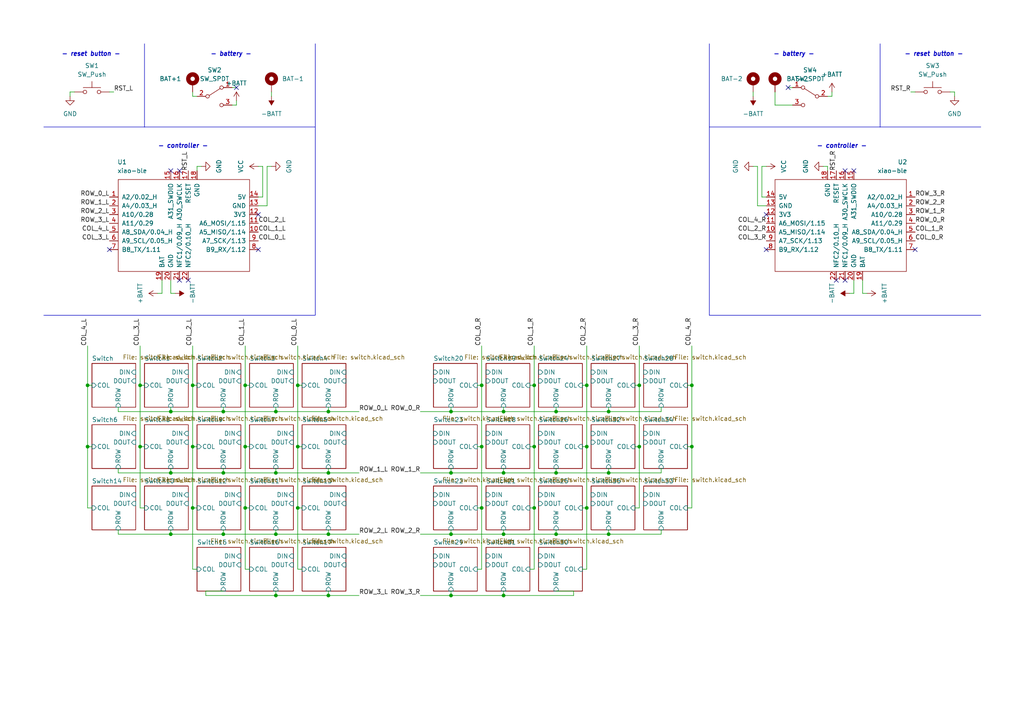
<source format=kicad_sch>
(kicad_sch (version 20231120) (generator "eeschema") (generator_version "8.0")
  (paper "A4")
  (lib_symbols
    (symbol "Mechanical:MountingHole_Pad" (pin_numbers hide) (pin_names (offset 1.016) hide)
      (property "Reference" "H" (at 0 6.35 0))
      (property "Value" "MountingHole_Pad" (at 0 4.445 0))
      (symbol "MountingHole_Pad_0_1"
        (circle (center 0 1.27) (radius 1.27) (stroke (width 1.27)))
      )
      (symbol "MountingHole_Pad_1_1"
        (pin input line (at 0 -2.54 90) (length 2.54) (name "1") (number "1"))
      )
    )
    (symbol "Switch:SW_Push" (pin_numbers hide) (pin_names (offset 1.016) hide)
      (property "Reference" "SW" (at 1.27 2.54 0))
      (property "Value" "SW_Push" (at 0 -1.524 0))
      (symbol "SW_Push_0_1"
        (circle (center -2.032 0) (radius 0.508))
        (polyline (pts (xy 0 1.27) (xy 0 3.048)))
        (polyline (pts (xy 2.54 1.27) (xy -2.54 1.27)))
        (circle (center 2.032 0) (radius 0.508))
        (pin passive line (at -5.08 0 0) (length 2.54) (name "1") (number "1"))
        (pin passive line (at 5.08 0 180) (length 2.54) (name "2") (number "2"))
      )
    )
    (symbol "Switch:SW_SPDT" (pin_names (offset 0) hide)
      (property "Reference" "SW" (at 0 4.318 0))
      (property "Value" "SW_SPDT" (at 0 -5.08 0))
      (symbol "SW_SPDT_0_0"
        (circle (center -2.032 0) (radius 0.508))
        (circle (center 2.032 -2.54) (radius 0.508))
      )
      (symbol "SW_SPDT_0_1"
        (polyline (pts (xy -1.524 0.254) (xy 1.651 2.286)))
        (circle (center 2.032 2.54) (radius 0.508))
      )
      (symbol "SW_SPDT_1_1"
        (pin passive line (at 5.08 2.54 180) (length 2.54) (name "A") (number "1"))
        (pin passive line (at -5.08 0 0) (length 2.54) (name "B") (number "2"))
        (pin passive line (at 5.08 -2.54 180) (length 2.54) (name "C") (number "3"))
      )
    )
    (symbol "mcu:xiao-ble" (pin_names (offset 1.016))
      (property "Reference" "U" (at -17.78 16.51 0))
      (property "Value" "xiao-ble" (at -15.24 13.97 0))
      (symbol "xiao-ble_0_1"
        (rectangle (start -19.05 12.7) (end 19.05 -13.97))
      )
      (symbol "xiao-ble_1_1"
        (pin bidirectional line (at -21.59 7.62 0) (length 2.54) (name "A2/0.02_H") (number "1"))
        (pin bidirectional line (at 21.59 -2.54 180) (length 2.54) (name "A5_MISO/1.14") (number "10"))
        (pin bidirectional line (at 21.59 0 180) (length 2.54) (name "A6_MOSI/1.15") (number "11"))
        (pin power_out line (at 21.59 2.54 180) (length 2.54) (name "3V3") (number "12"))
        (pin power_out line (at 21.59 5.08 180) (length 2.54) (name "GND") (number "13"))
        (pin power_out line (at 21.59 7.62 180) (length 2.54) (name "5V") (number "14"))
        (pin input line (at -3.81 15.24 270) (length 2.54) (name "A31_SWDIO") (number "15"))
        (pin input line (at -1.27 15.24 270) (length 2.54) (name "A30_SWCLK") (number "16"))
        (pin input line (at 1.27 15.24 270) (length 2.54) (name "RESET") (number "17"))
        (pin power_out line (at 3.81 15.24 270) (length 2.54) (name "GND") (number "18"))
        (pin bidirectional line (at -6.35 -16.51 90) (length 2.54) (name "BAT") (number "19"))
        (pin bidirectional line (at -21.59 5.08 0) (length 2.54) (name "A4/0.03_H") (number "2"))
        (pin power_out line (at -3.81 -16.51 90) (length 2.54) (name "GND") (number "20"))
        (pin bidirectional line (at -1.27 -16.51 90) (length 2.54) (name "NFC1/0.09_H") (number "21"))
        (pin bidirectional line (at 1.27 -16.51 90) (length 2.54) (name "NFC2/0.10_H") (number "22"))
        (pin bidirectional line (at -21.59 2.54 0) (length 2.54) (name "A10/0.28") (number "3"))
        (pin bidirectional line (at -21.59 0 0) (length 2.54) (name "A11/0.29") (number "4"))
        (pin bidirectional line (at -21.59 -2.54 0) (length 2.54) (name "A8_SDA/0.04_H") (number "5"))
        (pin bidirectional line (at -21.59 -5.08 0) (length 2.54) (name "A9_SCL/0.05_H") (number "6"))
        (pin bidirectional line (at -21.59 -7.62 0) (length 2.54) (name "B8_TX/1.11") (number "7"))
        (pin bidirectional line (at 21.59 -7.62 180) (length 2.54) (name "B9_RX/1.12") (number "8"))
        (pin bidirectional line (at 21.59 -5.08 180) (length 2.54) (name "A7_SCK/1.13") (number "9"))
      )
    )
    (symbol "power:+BATT" (power) (pin_names (offset 0))
      (property "Value" "+BATT" (at 0 3.556 0))
      (symbol "+BATT_0_1"
        (polyline (pts (xy -0.762 1.27) (xy 0 2.54)))
        (polyline (pts (xy 0 0) (xy 0 2.54)))
        (polyline (pts (xy 0 2.54) (xy 0.762 1.27)))
      )
      (symbol "+BATT_1_1"
        (pin power_in line (at 0 0 90) (length 0) hide (name "+BATT") (number "1"))
      )
    )
    (symbol "power:-BATT" (power) (pin_names (offset 0))
      (property "Value" "-BATT" (at 0 3.556 0))
      (symbol "-BATT_0_1"
        (polyline (pts (xy 0 0) (xy 0 2.54)))
        (polyline (pts (xy 0.762 1.27) (xy -0.762 1.27) (xy 0 2.54) (xy 0.762 1.27)) (fill (type outline)))
      )
      (symbol "-BATT_1_1"
        (pin power_in line (at 0 0 90) (length 0) hide (name "-BATT") (number "1"))
      )
    )
    (symbol "power:GND" (power) (pin_names (offset 0))
      (property "Value" "GND" (at 0 -3.81 0))
      (symbol "GND_0_1"
        (polyline (pts (xy 0 0) (xy 0 -1.27) (xy 1.27 -1.27) (xy 0 -2.54) (xy -1.27 -1.27) (xy 0 -1.27)))
      )
      (symbol "GND_1_1"
        (pin power_in line (at 0 0 270) (length 0) hide (name "GND") (number "1"))
      )
    )
    (symbol "power:VCC" (power) (pin_names (offset 0))
      (property "Value" "VCC" (at 0 3.81 0))
      (symbol "VCC_0_1"
        (polyline (pts (xy -0.762 1.27) (xy 0 2.54)))
        (polyline (pts (xy 0 0) (xy 0 2.54)))
        (polyline (pts (xy 0 2.54) (xy 0.762 1.27)))
      )
      (symbol "VCC_1_1"
        (pin power_in line (at 0 0 90) (length 0) hide (name "VCC") (number "1"))
      )
    )
  )
  (junction (at 139.7 111.76))
  (junction (at 86.36 111.76))
  (junction (at 185.42 129.54))
  (junction (at 71.12 111.76))
  (junction (at 64.77 154.94))
  (junction (at 176.53 119.38))
  (junction (at 154.94 111.76))
  (junction (at 139.7 147.32))
  (junction (at 95.25 172.72))
  (junction (at 139.7 129.54))
  (junction (at 71.12 129.54))
  (junction (at 49.53 154.94))
  (junction (at 176.53 154.94))
  (junction (at 130.81 119.38))
  (junction (at 86.36 147.32))
  (junction (at 80.01 172.72))
  (junction (at 154.94 147.32))
  (junction (at 64.77 137.16))
  (junction (at 130.81 154.94))
  (junction (at 55.88 111.76))
  (junction (at 200.66 129.54))
  (junction (at 146.05 119.38))
  (junction (at 55.88 129.54))
  (junction (at 25.4 111.76))
  (junction (at 161.29 154.94))
  (junction (at 170.18 147.32))
  (junction (at 80.01 154.94))
  (junction (at 130.81 172.72))
  (junction (at 161.29 119.38))
  (junction (at 95.25 119.38))
  (junction (at 170.18 129.54))
  (junction (at 161.29 137.16))
  (junction (at 176.53 137.16))
  (junction (at 146.05 154.94))
  (junction (at 95.25 137.16))
  (junction (at 40.64 129.54))
  (junction (at 185.42 111.76))
  (junction (at 146.05 137.16))
  (junction (at 200.66 111.76))
  (junction (at 55.88 147.32))
  (junction (at 40.64 111.76))
  (junction (at 80.01 119.38))
  (junction (at 146.05 172.72))
  (junction (at 71.12 147.32))
  (junction (at 64.77 119.38))
  (junction (at 80.01 137.16))
  (junction (at 25.4 129.54))
  (junction (at 154.94 129.54))
  (junction (at 170.18 111.76))
  (junction (at 130.81 137.16))
  (junction (at 49.53 119.38))
  (junction (at 86.36 129.54))
  (junction (at 95.25 154.94))
  (junction (at 49.53 137.16))
  (no_connect (at 245.11 49.53))
  (no_connect (at 52.07 81.28))
  (no_connect (at 247.65 49.53))
  (no_connect (at 68.58 25.4))
  (no_connect (at 54.61 81.28))
  (no_connect (at 74.93 72.39))
  (no_connect (at 31.75 72.39))
  (no_connect (at 222.25 62.23))
  (no_connect (at 74.93 62.23))
  (no_connect (at 245.11 81.28))
  (no_connect (at 242.57 81.28))
  (no_connect (at 265.43 72.39))
  (no_connect (at 228.6 25.4))
  (no_connect (at 222.25 72.39))
  (no_connect (at 49.53 49.53))
  (no_connect (at 52.07 49.53))
  (wire (pts (xy 46.99 85.09) (xy 45.72 85.09)))
  (wire (pts (xy 191.77 154.94) (xy 176.53 154.94)))
  (wire (pts (xy 40.64 129.54) (xy 41.91 129.54)))
  (wire (pts (xy 146.05 154.94) (xy 146.05 153.67)))
  (wire (pts (xy 25.4 129.54) (xy 25.4 147.32)))
  (wire (pts (xy 161.29 135.89) (xy 161.29 137.16)))
  (wire (pts (xy 130.81 171.45) (xy 130.81 172.72)))
  (wire (pts (xy 34.29 118.11) (xy 34.29 119.38)))
  (wire (pts (xy 146.05 119.38) (xy 130.81 119.38)))
  (wire (pts (xy 185.42 111.76) (xy 185.42 129.54)))
  (wire (pts (xy 64.77 135.89) (xy 64.77 137.16)))
  (wire (pts (xy 34.29 137.16) (xy 49.53 137.16)))
  (wire (pts (xy 170.18 100.33) (xy 170.18 111.76)))
  (wire (pts (xy 200.66 111.76) (xy 200.66 129.54)))
  (wire (pts (xy 229.87 30.48) (xy 224.79 30.48)))
  (wire (pts (xy 130.81 135.89) (xy 130.81 137.16)))
  (wire (pts (xy 40.64 111.76) (xy 40.64 129.54)))
  (polyline (pts (xy 91.44 36.83) (xy 91.44 91.44)))
  (wire (pts (xy 146.05 118.11) (xy 146.05 119.38)))
  (wire (pts (xy 55.88 147.32) (xy 55.88 165.1)))
  (wire (pts (xy 49.53 85.09) (xy 49.53 81.28)))
  (polyline (pts (xy 91.44 12.7) (xy 91.44 36.83)))
  (wire (pts (xy 86.36 111.76) (xy 87.63 111.76)))
  (wire (pts (xy 154.94 129.54) (xy 154.94 147.32)))
  (wire (pts (xy 59.69 171.45) (xy 64.77 171.45)))
  (wire (pts (xy 59.69 172.72) (xy 59.69 171.45)))
  (wire (pts (xy 247.65 85.09) (xy 247.65 81.28)))
  (wire (pts (xy 57.15 49.53) (xy 57.15 48.26)))
  (wire (pts (xy 130.81 172.72) (xy 121.92 172.72)))
  (wire (pts (xy 191.77 119.38) (xy 176.53 119.38)))
  (wire (pts (xy 95.25 119.38) (xy 95.25 118.11)))
  (wire (pts (xy 166.37 171.45) (xy 161.29 171.45)))
  (wire (pts (xy 161.29 118.11) (xy 161.29 119.38)))
  (wire (pts (xy 64.77 154.94) (xy 80.01 154.94)))
  (wire (pts (xy 20.32 26.67) (xy 20.32 27.94)))
  (wire (pts (xy 185.42 129.54) (xy 184.15 129.54)))
  (wire (pts (xy 55.88 100.33) (xy 55.88 111.76)))
  (wire (pts (xy 191.77 135.89) (xy 191.77 137.16)))
  (wire (pts (xy 86.36 165.1) (xy 87.63 165.1)))
  (wire (pts (xy 154.94 165.1) (xy 153.67 165.1)))
  (wire (pts (xy 139.7 165.1) (xy 138.43 165.1)))
  (wire (pts (xy 77.47 59.69) (xy 74.93 59.69)))
  (wire (pts (xy 25.4 147.32) (xy 26.67 147.32)))
  (wire (pts (xy 220.98 57.15) (xy 220.98 48.26)))
  (wire (pts (xy 49.53 119.38) (xy 64.77 119.38)))
  (wire (pts (xy 80.01 137.16) (xy 95.25 137.16)))
  (wire (pts (xy 95.25 154.94) (xy 104.14 154.94)))
  (wire (pts (xy 130.81 154.94) (xy 130.81 153.67)))
  (wire (pts (xy 139.7 100.33) (xy 139.7 111.76)))
  (wire (pts (xy 139.7 147.32) (xy 138.43 147.32)))
  (wire (pts (xy 220.98 48.26) (xy 222.25 48.26)))
  (wire (pts (xy 130.81 154.94) (xy 121.92 154.94)))
  (wire (pts (xy 139.7 129.54) (xy 138.43 129.54)))
  (wire (pts (xy 161.29 154.94) (xy 161.29 153.67)))
  (wire (pts (xy 80.01 119.38) (xy 95.25 119.38)))
  (wire (pts (xy 80.01 171.45) (xy 80.01 172.72)))
  (wire (pts (xy 95.25 171.45) (xy 95.25 172.72)))
  (wire (pts (xy 49.53 135.89) (xy 49.53 137.16)))
  (wire (pts (xy 71.12 129.54) (xy 71.12 147.32)))
  (wire (pts (xy 25.4 111.76) (xy 25.4 129.54)))
  (wire (pts (xy 170.18 111.76) (xy 168.91 111.76)))
  (polyline (pts (xy 205.74 36.83) (xy 205.74 91.44)))
  (wire (pts (xy 71.12 111.76) (xy 72.39 111.76)))
  (wire (pts (xy 74.93 57.15) (xy 76.2 57.15)))
  (wire (pts (xy 218.44 48.26) (xy 219.71 48.26)))
  (wire (pts (xy 176.53 137.16) (xy 161.29 137.16)))
  (wire (pts (xy 64.77 154.94) (xy 64.77 153.67)))
  (wire (pts (xy 154.94 147.32) (xy 153.67 147.32)))
  (wire (pts (xy 49.53 154.94) (xy 64.77 154.94)))
  (wire (pts (xy 218.44 26.67) (xy 218.44 27.94)))
  (polyline (pts (xy 12.7 91.44) (xy 91.44 91.44)))
  (wire (pts (xy 21.59 26.67) (xy 20.32 26.67)))
  (wire (pts (xy 139.7 111.76) (xy 139.7 129.54)))
  (polyline (pts (xy 12.7 36.83) (xy 41.91 36.83)))
  (wire (pts (xy 130.81 119.38) (xy 121.92 119.38)))
  (wire (pts (xy 31.75 26.67) (xy 33.02 26.67)))
  (wire (pts (xy 191.77 153.67) (xy 191.77 154.94)))
  (wire (pts (xy 95.25 172.72) (xy 104.14 172.72)))
  (wire (pts (xy 139.7 147.32) (xy 139.7 165.1)))
  (wire (pts (xy 200.66 100.33) (xy 200.66 111.76)))
  (wire (pts (xy 191.77 137.16) (xy 176.53 137.16)))
  (wire (pts (xy 154.94 129.54) (xy 153.67 129.54)))
  (wire (pts (xy 146.05 135.89) (xy 146.05 137.16)))
  (wire (pts (xy 229.87 25.4) (xy 228.6 25.4)))
  (wire (pts (xy 95.25 137.16) (xy 104.14 137.16)))
  (wire (pts (xy 67.31 25.4) (xy 68.58 25.4)))
  (wire (pts (xy 95.25 154.94) (xy 95.25 153.67)))
  (wire (pts (xy 240.03 49.53) (xy 240.03 48.26)))
  (wire (pts (xy 86.36 111.76) (xy 86.36 129.54)))
  (wire (pts (xy 46.99 81.28) (xy 46.99 85.09)))
  (wire (pts (xy 71.12 147.32) (xy 71.12 165.1)))
  (wire (pts (xy 80.01 154.94) (xy 80.01 153.67)))
  (wire (pts (xy 67.31 30.48) (xy 68.58 30.48)))
  (wire (pts (xy 154.94 147.32) (xy 154.94 165.1)))
  (wire (pts (xy 76.2 57.15) (xy 76.2 48.26)))
  (wire (pts (xy 68.58 29.21) (xy 68.58 30.48)))
  (wire (pts (xy 130.81 137.16) (xy 121.92 137.16)))
  (wire (pts (xy 80.01 172.72) (xy 95.25 172.72)))
  (polyline (pts (xy 284.48 36.83) (xy 255.27 36.83)))
  (wire (pts (xy 49.53 153.67) (xy 49.53 154.94)))
  (wire (pts (xy 170.18 165.1) (xy 168.91 165.1)))
  (wire (pts (xy 86.36 100.33) (xy 86.36 111.76)))
  (wire (pts (xy 55.88 111.76) (xy 55.88 129.54)))
  (wire (pts (xy 185.42 100.33) (xy 185.42 111.76)))
  (wire (pts (xy 80.01 154.94) (xy 95.25 154.94)))
  (wire (pts (xy 176.53 153.67) (xy 176.53 154.94)))
  (wire (pts (xy 78.74 48.26) (xy 77.47 48.26)))
  (wire (pts (xy 95.25 135.89) (xy 95.25 137.16)))
  (wire (pts (xy 161.29 154.94) (xy 146.05 154.94)))
  (wire (pts (xy 166.37 172.72) (xy 166.37 171.45)))
  (wire (pts (xy 40.64 111.76) (xy 41.91 111.76)))
  (wire (pts (xy 200.66 111.76) (xy 199.39 111.76)))
  (wire (pts (xy 139.7 129.54) (xy 139.7 147.32)))
  (wire (pts (xy 161.29 137.16) (xy 146.05 137.16)))
  (wire (pts (xy 146.05 154.94) (xy 130.81 154.94)))
  (wire (pts (xy 176.53 135.89) (xy 176.53 137.16)))
  (wire (pts (xy 170.18 147.32) (xy 168.91 147.32)))
  (wire (pts (xy 170.18 129.54) (xy 168.91 129.54)))
  (wire (pts (xy 154.94 111.76) (xy 153.67 111.76)))
  (wire (pts (xy 25.4 100.33) (xy 25.4 111.76)))
  (wire (pts (xy 40.64 100.33) (xy 40.64 111.76)))
  (wire (pts (xy 200.66 129.54) (xy 199.39 129.54)))
  (wire (pts (xy 40.64 129.54) (xy 40.64 147.32)))
  (wire (pts (xy 250.19 85.09) (xy 251.46 85.09)))
  (wire (pts (xy 146.05 137.16) (xy 130.81 137.16)))
  (wire (pts (xy 86.36 129.54) (xy 87.63 129.54)))
  (wire (pts (xy 71.12 111.76) (xy 71.12 129.54)))
  (wire (pts (xy 55.88 129.54) (xy 57.15 129.54)))
  (wire (pts (xy 265.43 26.67) (xy 264.16 26.67)))
  (wire (pts (xy 59.69 172.72) (xy 80.01 172.72)))
  (wire (pts (xy 64.77 118.11) (xy 64.77 119.38)))
  (wire (pts (xy 161.29 119.38) (xy 146.05 119.38)))
  (wire (pts (xy 275.59 26.67) (xy 276.86 26.67)))
  (wire (pts (xy 240.03 27.94) (xy 241.3 27.94)))
  (polyline (pts (xy 284.48 91.44) (xy 205.74 91.44)))
  (wire (pts (xy 276.86 26.67) (xy 276.86 27.94)))
  (wire (pts (xy 76.2 48.26) (xy 74.93 48.26)))
  (wire (pts (xy 49.53 118.11) (xy 49.53 119.38)))
  (wire (pts (xy 170.18 111.76) (xy 170.18 129.54)))
  (wire (pts (xy 185.42 129.54) (xy 185.42 147.32)))
  (wire (pts (xy 170.18 147.32) (xy 170.18 165.1)))
  (polyline (pts (xy 205.74 12.7) (xy 205.74 36.83)))
  (wire (pts (xy 246.38 85.09) (xy 247.65 85.09)))
  (wire (pts (xy 55.88 27.94) (xy 57.15 27.94)))
  (wire (pts (xy 219.71 59.69) (xy 222.25 59.69)))
  (wire (pts (xy 224.79 30.48) (xy 224.79 26.67)))
  (polyline (pts (xy 41.91 36.83) (xy 91.44 36.83)))
  (wire (pts (xy 222.25 57.15) (xy 220.98 57.15)))
  (wire (pts (xy 130.81 119.38) (xy 130.81 118.11)))
  (wire (pts (xy 146.05 171.45) (xy 146.05 172.72)))
  (polyline (pts (xy 255.27 36.83) (xy 205.74 36.83)))
  (wire (pts (xy 55.88 165.1) (xy 57.15 165.1)))
  (wire (pts (xy 34.29 119.38) (xy 49.53 119.38)))
  (wire (pts (xy 64.77 119.38) (xy 80.01 119.38)))
  (wire (pts (xy 170.18 129.54) (xy 170.18 147.32)))
  (wire (pts (xy 219.71 48.26) (xy 219.71 59.69)))
  (wire (pts (xy 55.88 147.32) (xy 57.15 147.32)))
  (wire (pts (xy 55.88 111.76) (xy 57.15 111.76)))
  (wire (pts (xy 176.53 119.38) (xy 161.29 119.38)))
  (wire (pts (xy 95.25 119.38) (xy 104.14 119.38)))
  (wire (pts (xy 71.12 100.33) (xy 71.12 111.76)))
  (wire (pts (xy 200.66 129.54) (xy 200.66 147.32)))
  (wire (pts (xy 139.7 111.76) (xy 138.43 111.76)))
  (wire (pts (xy 25.4 129.54) (xy 26.67 129.54)))
  (polyline (pts (xy 41.91 12.7) (xy 41.91 36.83)))
  (wire (pts (xy 176.53 154.94) (xy 161.29 154.94)))
  (wire (pts (xy 185.42 111.76) (xy 184.15 111.76)))
  (wire (pts (xy 34.29 135.89) (xy 34.29 137.16)))
  (wire (pts (xy 86.36 129.54) (xy 86.36 147.32)))
  (wire (pts (xy 71.12 165.1) (xy 72.39 165.1)))
  (wire (pts (xy 200.66 147.32) (xy 199.39 147.32)))
  (wire (pts (xy 34.29 153.67) (xy 34.29 154.94)))
  (wire (pts (xy 34.29 154.94) (xy 49.53 154.94)))
  (wire (pts (xy 154.94 100.33) (xy 154.94 111.76)))
  (wire (pts (xy 86.36 147.32) (xy 86.36 165.1)))
  (wire (pts (xy 146.05 172.72) (xy 130.81 172.72)))
  (wire (pts (xy 240.03 48.26) (xy 238.76 48.26)))
  (wire (pts (xy 250.19 81.28) (xy 250.19 85.09)))
  (wire (pts (xy 71.12 147.32) (xy 72.39 147.32)))
  (wire (pts (xy 49.53 137.16) (xy 64.77 137.16)))
  (wire (pts (xy 77.47 48.26) (xy 77.47 59.69)))
  (wire (pts (xy 55.88 26.67) (xy 55.88 27.94)))
  (wire (pts (xy 57.15 48.26) (xy 58.42 48.26)))
  (wire (pts (xy 166.37 172.72) (xy 146.05 172.72)))
  (wire (pts (xy 71.12 129.54) (xy 72.39 129.54)))
  (wire (pts (xy 78.74 26.67) (xy 78.74 27.94)))
  (wire (pts (xy 80.01 135.89) (xy 80.01 137.16)))
  (wire (pts (xy 55.88 129.54) (xy 55.88 147.32)))
  (wire (pts (xy 185.42 147.32) (xy 184.15 147.32)))
  (wire (pts (xy 241.3 27.94) (xy 241.3 26.67)))
  (wire (pts (xy 176.53 118.11) (xy 176.53 119.38)))
  (wire (pts (xy 50.8 85.09) (xy 49.53 85.09)))
  (wire (pts (xy 25.4 111.76) (xy 26.67 111.76)))
  (polyline (pts (xy 255.27 12.7) (xy 255.27 36.83)))
  (wire (pts (xy 40.64 147.32) (xy 41.91 147.32)))
  (wire (pts (xy 191.77 118.11) (xy 191.77 119.38)))
  (wire (pts (xy 80.01 118.11) (xy 80.01 119.38)))
  (wire (pts (xy 154.94 111.76) (xy 154.94 129.54)))
  (wire (pts (xy 86.36 147.32) (xy 87.63 147.32)))
  (wire (pts (xy 64.77 137.16) (xy 80.01 137.16)))
  (text "- battery -" (at 60.96 16.51 0) (effects (font (size 1.27 1.27) (bold yes) (italic yes)) (justify left bottom)))
  (text "- reset button -" (at 17.78 16.51 0) (effects (font (size 1.27 1.27) (thickness 0.254) (bold yes) (italic yes)) (justify left bottom)))
  (text "- controller -" (at 45.72 43.18 0) (effects (font (size 1.27 1.27) (bold yes) (italic yes)) (justify left bottom)))
  (text "- reset button -" (at 279.4 16.51 0) (effects (font (size 1.27 1.27) (thickness 0.254) (bold yes) (italic yes)) (justify right bottom)))
  (text "- battery -" (at 236.22 16.51 0) (effects (font (size 1.27 1.27) (bold yes) (italic yes)) (justify right bottom)))
  (text "- controller -" (at 251.46 43.18 0) (effects (font (size 1.27 1.27) (bold yes) (italic yes)) (justify right bottom)))
  (label "COL_0_L" (at 86.36 100.33 90))
  (label "ROW_3_L" (at 104.14 172.72 0))
  (label "ROW_0_R" (at 121.92 119.38 180))
  (label "RST_R" (at 242.57 49.53 90))
  (label "ROW_3_L" (at 31.75 64.77 180))
  (label "COL_0_R" (at 139.7 100.33 90))
  (label "COL_2_L" (at 74.93 64.77 0))
  (label "COL_3_L" (at 40.64 100.33 90))
  (label "COL_1_R" (at 154.94 100.33 90))
  (label "ROW_3_R" (at 121.92 172.72 180))
  (label "ROW_0_L" (at 31.75 57.15 180))
  (label "COL_3_R" (at 222.25 69.85 180))
  (label "ROW_3_R" (at 265.43 57.15 0))
  (label "RST_R" (at 264.16 26.67 180))
  (label "COL_1_R" (at 265.43 67.31 0))
  (label "RST_L" (at 33.02 26.67 0))
  (label "ROW_0_R" (at 265.43 64.77 0))
  (label "RST_L" (at 54.61 49.53 90))
  (label "COL_4_L" (at 31.75 67.31 180))
  (label "COL_2_L" (at 55.88 100.33 90))
  (label "ROW_2_L" (at 31.75 62.23 180))
  (label "ROW_0_L" (at 104.14 119.38 0))
  (label "COL_4_L" (at 25.4 100.33 90))
  (label "COL_4_R" (at 222.25 64.77 180))
  (label "COL_2_R" (at 170.18 100.33 90))
  (label "COL_3_L" (at 31.75 69.85 180))
  (label "ROW_2_L" (at 104.14 154.94 0))
  (label "ROW_1_L" (at 104.14 137.16 0))
  (label "COL_0_L" (at 74.93 69.85 0))
  (label "ROW_1_L" (at 31.75 59.69 180))
  (label "COL_1_L" (at 71.12 100.33 90))
  (label "ROW_1_R" (at 265.43 62.23 0))
  (label "COL_1_L" (at 74.93 67.31 0))
  (label "ROW_2_R" (at 121.92 154.94 180))
  (label "ROW_2_R" (at 265.43 59.69 0))
  (label "COL_2_R" (at 222.25 67.31 180))
  (label "COL_3_R" (at 185.42 100.33 90))
  (label "ROW_1_R" (at 121.92 137.16 180))
  (label "COL_0_R" (at 265.43 69.85 0))
  (label "COL_4_R" (at 200.66 100.33 90))
  (symbol (lib_id "Mechanical:MountingHole_Pad") (at 78.74 24.13 0) (unit 1)
    (property "Reference" "BAT-1" (at 81.788 22.86 0) (effects (justify left)))
    (property "Value" "-" (effects (hide yes)))
    (property "Footprint" "mnhttn:BatteryPad" (effects (hide yes)))
  )
  (symbol (lib_id "Mechanical:MountingHole_Pad") (at 224.79 24.13 0) (mirror y) (unit 1)
    (property "Reference" "BAT+2" (at 228.092 22.86 0) (effects (justify right)))
    (property "Value" "+" (effects (hide yes)))
    (property "Footprint" "mnhttn:BatteryPad" (effects (hide yes)))
  )
  (symbol (lib_id "power:+BATT") (at 68.58 29.21 0) (unit 1)
    (property "Reference" "#PWR04" (effects (hide yes)))
    (property "Value" "+BATT" (at 68.58 24.13 0))
  )
  (symbol (lib_id "power:+BATT") (at 45.72 85.09 90) (unit 1)
    (property "Reference" "#PWR02" (effects (hide yes)))
    (property "Value" "+BATT" (at 40.64 85.09 0))
  )
  (symbol (lib_id "Switch:SW_Push") (at 26.67 26.67 0) (unit 1)
    (property "Reference" "SW1" (at 26.67 19.05 0))
    (property "Value" "SW_Push" (at 26.67 21.59 0))
    (property "Footprint" "mnhttn:PushSwitch" (effects (hide yes)))
  )
  (symbol (lib_id "power:VCC") (at 222.25 48.26 270) (mirror x) (unit 1)
    (property "Reference" "#PWR086" (effects (hide yes)))
    (property "Value" "VCC" (at 227.33 48.26 0))
  )
  (symbol (lib_id "power:GND") (at 78.74 48.26 90) (unit 1)
    (property "Reference" "#PWR07" (effects (hide yes)))
    (property "Value" "GND" (at 83.82 48.26 0))
  )
  (symbol (lib_id "Switch:SW_SPDT") (at 234.95 27.94 0) (mirror y) (unit 1)
    (property "Reference" "SW4" (at 234.95 20.32 0))
    (property "Value" "SW_SPDT" (at 234.95 22.86 0))
    (property "Footprint" "mnhttn:MSK12C02" (effects (hide yes)))
    (property "LCSC" "C431541" (effects (hide yes)))
  )
  (symbol (lib_id "power:VCC") (at 74.93 48.26 90) (unit 1)
    (property "Reference" "#PWR06" (effects (hide yes)))
    (property "Value" "VCC" (at 69.85 48.26 0))
  )
  (symbol (lib_id "Mechanical:MountingHole_Pad") (at 218.44 24.13 0) (mirror y) (unit 1)
    (property "Reference" "BAT-2" (at 215.392 22.86 0) (effects (justify left)))
    (property "Value" "-" (effects (hide yes)))
    (property "Footprint" "mnhttn:BatteryPad" (effects (hide yes)))
  )
  (symbol (lib_id "power:GND") (at 58.42 48.26 90) (unit 1)
    (property "Reference" "#PWR05" (effects (hide yes)))
    (property "Value" "GND" (at 63.5 48.26 0))
  )
  (symbol (lib_id "power:-BATT") (at 218.44 27.94 0) (mirror x) (unit 1)
    (property "Reference" "#PWR087" (effects (hide yes)))
    (property "Value" "-BATT" (at 218.44 33.02 0))
  )
  (symbol (lib_id "mcu:xiao-ble") (at 243.84 64.77 0) (mirror y) (unit 1)
    (property "Reference" "U2" (at 263.144 46.99 0) (effects (justify left)))
    (property "Value" "xiao-ble" (at 263.144 49.53 0) (effects (justify left)))
    (property "Footprint" "mnhttn:xiao-ble-smd-cutout" (effects (hide yes)))
  )
  (symbol (lib_id "power:GND") (at 238.76 48.26 270) (mirror x) (unit 1)
    (property "Reference" "#PWR084" (effects (hide yes)))
    (property "Value" "GND" (at 233.68 48.26 0))
  )
  (symbol (lib_id "power:-BATT") (at 246.38 85.09 90) (mirror x) (unit 1)
    (property "Reference" "#PWR083" (effects (hide yes)))
    (property "Value" "-BATT" (at 241.3 85.09 0))
  )
  (symbol (lib_id "power:+BATT") (at 241.3 26.67 0) (mirror y) (unit 1)
    (property "Reference" "#PWR085" (effects (hide yes)))
    (property "Value" "+BATT" (at 241.3 21.59 0))
  )
  (symbol (lib_id "Switch:SW_SPDT") (at 62.23 27.94 0) (unit 1)
    (property "Reference" "SW2" (at 62.23 20.32 0))
    (property "Value" "SW_SPDT" (at 62.23 22.86 0))
    (property "Footprint" "mnhttn:MSK12C02" (effects (hide yes)))
    (property "LCSC" "C431541" (effects (hide yes)))
  )
  (symbol (lib_id "power:GND") (at 276.86 27.94 0) (mirror y) (unit 1)
    (property "Reference" "#PWR081" (effects (hide yes)))
    (property "Value" "GND" (at 276.86 33.02 0))
  )
  (symbol (lib_id "power:-BATT") (at 50.8 85.09 270) (unit 1)
    (property "Reference" "#PWR03" (effects (hide yes)))
    (property "Value" "-BATT" (at 55.88 85.09 0))
  )
  (symbol (lib_id "mcu:xiao-ble") (at 53.34 64.77 0) (unit 1)
    (property "Reference" "U1" (at 34.036 46.99 0) (effects (justify left)))
    (property "Value" "xiao-ble" (at 34.036 49.53 0) (effects (justify left)))
    (property "Footprint" "mnhttn:xiao-ble-smd-cutout" (effects (hide yes)))
  )
  (symbol (lib_id "Mechanical:MountingHole_Pad") (at 55.88 24.13 0) (unit 1)
    (property "Reference" "BAT+1" (at 52.578 22.86 0) (effects (justify right)))
    (property "Value" "+" (effects (hide yes)))
    (property "Footprint" "mnhttn:BatteryPad" (effects (hide yes)))
  )
  (symbol (lib_id "power:GND") (at 218.44 48.26 270) (mirror x) (unit 1)
    (property "Reference" "#PWR088" (effects (hide yes)))
    (property "Value" "GND" (at 213.36 48.26 0))
  )
  (symbol (lib_id "Switch:SW_Push") (at 270.51 26.67 0) (mirror y) (unit 1)
    (property "Reference" "SW3" (at 270.51 19.05 0))
    (property "Value" "SW_Push" (at 270.51 21.59 0))
    (property "Footprint" "mnhttn:PushSwitch" (effects (hide yes)))
  )
  (symbol (lib_id "power:-BATT") (at 78.74 27.94 180) (unit 1)
    (property "Reference" "#PWR08" (effects (hide yes)))
    (property "Value" "-BATT" (at 78.74 33.02 0))
  )
  (symbol (lib_id "power:GND") (at 20.32 27.94 0) (unit 1)
    (property "Reference" "#PWR01" (effects (hide yes)))
    (property "Value" "GND" (at 20.32 33.02 0))
  )
  (symbol (lib_id "power:+BATT") (at 251.46 85.09 270) (mirror x) (unit 1)
    (property "Reference" "#PWR082" (effects (hide yes)))
    (property "Value" "+BATT" (at 256.54 85.09 0))
  )
  (sheet (at 171.45 140.97) (size 12.7 12.7) (stroke (width 0.1524))
    (property "Sheetname" "Switch35" (at 171.45 140.2584 0) (effects (justify left bottom)))
    (property "Sheetfile" "switch.kicad_sch" (at 175.26 138.43 0) (effects (justify left top)))
    (pin "COL" input (at 184.15 147.32 0))
    (pin "DIN" input (at 171.45 143.51 180))
    (pin "ROW" input (at 176.53 153.67 270))
    (pin "DOUT" input (at 171.45 146.05 180))
  )
  (sheet (at 125.73 158.75) (size 12.7 12.7) (stroke (width 0.1524))
    (property "Sheetname" "Switch29" (at 125.73 158.0384 0) (effects (justify left bottom)))
    (property "Sheetfile" "switch.kicad_sch" (at 128.27 156.21 0) (effects (justify left top)))
    (pin "COL" input (at 138.43 165.1 0))
    (pin "DIN" input (at 125.73 161.29 180))
    (pin "ROW" input (at 130.81 171.45 270))
    (pin "DOUT" input (at 125.73 163.83 180))
  )
  (sheet (at 72.39 158.75) (size 12.7 12.7) (stroke (width 0.1524))
    (property "Sheetname" "Switch16" (at 72.39 158.0384 0) (effects (justify left bottom)))
    (property "Sheetfile" "switch.kicad_sch" (at 76.2 156.21 0) (effects (justify left top)))
    (pin "COL" input (at 72.39 165.1 180))
    (pin "DIN" input (at 85.09 161.29 0))
    (pin "ROW" input (at 80.01 171.45 270))
    (pin "DOUT" input (at 85.09 163.83 0))
  )
  (sheet (at 156.21 140.97) (size 12.7 12.7) (stroke (width 0.1524))
    (property "Sheetname" "Switch25" (at 156.21 140.2584 0) (effects (justify left bottom)))
    (property "Sheetfile" "switch.kicad_sch" (at 160.02 138.43 0) (effects (justify left top)))
    (pin "COL" input (at 168.91 147.32 0))
    (pin "DIN" input (at 156.21 143.51 180))
    (pin "ROW" input (at 161.29 153.67 270))
    (pin "DOUT" input (at 156.21 146.05 180))
  )
  (sheet (at 186.69 105.41) (size 12.7 12.7) (stroke (width 0.1524))
    (property "Sheetname" "Switch28" (at 186.69 104.6984 0) (effects (justify left bottom)))
    (property "Sheetfile" "switch.kicad_sch" (at 195.58 102.87 0) (effects (justify left top)))
    (pin "COL" input (at 199.39 111.76 0))
    (pin "DIN" input (at 186.69 107.95 180))
    (pin "ROW" input (at 191.77 118.11 270))
    (pin "DOUT" input (at 186.69 110.49 180))
  )
  (sheet (at 156.21 123.19) (size 12.7 12.7) (stroke (width 0.1524))
    (property "Sheetname" "Switch26" (at 156.21 122.4784 0) (effects (justify left bottom)))
    (property "Sheetfile" "switch.kicad_sch" (at 160.02 120.65 0) (effects (justify left top)))
    (pin "COL" input (at 168.91 129.54 0))
    (pin "DIN" input (at 156.21 125.73 180))
    (pin "ROW" input (at 161.29 135.89 270))
    (pin "DOUT" input (at 156.21 128.27 180))
  )
  (sheet (at 87.63 105.41) (size 12.7 12.7) (stroke (width 0.1524))
    (property "Sheetname" "Switch4" (at 87.63 104.6984 0) (effects (justify left bottom)))
    (property "Sheetfile" "switch.kicad_sch" (at 96.52 102.87 0) (effects (justify left top)))
    (pin "COL" input (at 87.63 111.76 180))
    (pin "DIN" input (at 100.33 107.95 0))
    (pin "ROW" input (at 95.25 118.11 270))
    (pin "DOUT" input (at 100.33 110.49 0))
  )
  (sheet (at 26.67 140.97) (size 12.7 12.7) (stroke (width 0.1524))
    (property "Sheetname" "Switch14" (at 26.67 140.2584 0) (effects (justify left bottom)))
    (property "Sheetfile" "switch.kicad_sch" (at 35.56 138.43 0) (effects (justify left top)))
    (pin "COL" input (at 26.67 147.32 180))
    (pin "DIN" input (at 39.37 143.51 0))
    (pin "ROW" input (at 34.29 153.67 270))
    (pin "DOUT" input (at 39.37 146.05 0))
  )
  (sheet (at 156.21 158.75) (size 12.7 12.7) (stroke (width 0.1524))
    (property "Sheetname" "Switch30" (at 156.21 158.0384 0) (effects (justify left bottom)))
    (property "Sheetfile" "switch.kicad_sch" (at 160.02 156.21 0) (effects (justify left top)))
    (pin "COL" input (at 168.91 165.1 0))
    (pin "DIN" input (at 156.21 161.29 180))
    (pin "ROW" input (at 161.29 171.45 270))
    (pin "DOUT" input (at 156.21 163.83 180))
  )
  (sheet (at 186.69 123.19) (size 12.7 12.7) (stroke (width 0.1524))
    (property "Sheetname" "Switch34" (at 186.69 122.4784 0) (effects (justify left bottom)))
    (property "Sheetfile" "switch.kicad_sch" (at 195.58 120.65 0) (effects (justify left top)))
    (pin "COL" input (at 199.39 129.54 0))
    (pin "DIN" input (at 186.69 125.73 180))
    (pin "ROW" input (at 191.77 135.89 270))
    (pin "DOUT" input (at 186.69 128.27 180))
  )
  (sheet (at 140.97 123.19) (size 12.7 12.7) (stroke (width 0.1524))
    (property "Sheetname" "Switch18" (at 140.97 122.4784 0) (effects (justify left bottom)))
    (property "Sheetfile" "switch.kicad_sch" (at 144.78 120.65 0) (effects (justify left top)))
    (pin "COL" input (at 153.67 129.54 0))
    (pin "DIN" input (at 140.97 125.73 180))
    (pin "ROW" input (at 146.05 135.89 270))
    (pin "DOUT" input (at 140.97 128.27 180))
  )
  (sheet (at 57.15 105.41) (size 12.7 12.7) (stroke (width 0.1524))
    (property "Sheetname" "Switch2" (at 57.15 104.6984 0) (effects (justify left bottom)))
    (property "Sheetfile" "switch.kicad_sch" (at 60.96 102.87 0) (effects (justify left top)))
    (pin "COL" input (at 57.15 111.76 180))
    (pin "DIN" input (at 69.85 107.95 0))
    (pin "ROW" input (at 64.77 118.11 270))
    (pin "DOUT" input (at 69.85 110.49 0))
  )
  (sheet (at 41.91 123.19) (size 12.7 12.7) (stroke (width 0.1524))
    (property "Sheetname" "Switch8" (at 41.91 122.4784 0) (effects (justify left bottom)))
    (property "Sheetfile" "switch.kicad_sch" (at 45.72 120.65 0) (effects (justify left top)))
    (pin "COL" input (at 41.91 129.54 180))
    (pin "DIN" input (at 54.61 125.73 0))
    (pin "ROW" input (at 49.53 135.89 270))
    (pin "DOUT" input (at 54.61 128.27 0))
  )
  (sheet (at 57.15 158.75) (size 12.7 12.7) (stroke (width 0.1524))
    (property "Sheetname" "Switch15" (at 57.15 158.0384 0) (effects (justify left bottom)))
    (property "Sheetfile" "switch.kicad_sch" (at 60.96 156.21 0) (effects (justify left top)))
    (pin "COL" input (at 57.15 165.1 180))
    (pin "DIN" input (at 69.85 161.29 0))
    (pin "ROW" input (at 64.77 171.45 270))
    (pin "DOUT" input (at 69.85 163.83 0))
  )
  (sheet (at 87.63 158.75) (size 12.7 12.7) (stroke (width 0.1524))
    (property "Sheetname" "Switch17" (at 87.63 158.0384 0) (effects (justify left bottom)))
    (property "Sheetfile" "switch.kicad_sch" (at 90.17 156.21 0) (effects (justify left top)))
    (pin "COL" input (at 87.63 165.1 180))
    (pin "DIN" input (at 100.33 161.29 0))
    (pin "ROW" input (at 95.25 171.45 270))
    (pin "DOUT" input (at 100.33 163.83 0))
  )
  (sheet (at 140.97 140.97) (size 12.7 12.7) (stroke (width 0.1524))
    (property "Sheetname" "Switch21" (at 140.97 140.2584 0) (effects (justify left bottom)))
    (property "Sheetfile" "switch.kicad_sch" (at 144.78 138.43 0) (effects (justify left top)))
    (pin "COL" input (at 153.67 147.32 0))
    (pin "DIN" input (at 140.97 143.51 180))
    (pin "ROW" input (at 146.05 153.67 270))
    (pin "DOUT" input (at 140.97 146.05 180))
  )
  (sheet (at 186.69 140.97) (size 12.7 12.7) (stroke (width 0.1524))
    (property "Sheetname" "Switch33" (at 186.69 140.2584 0) (effects (justify left bottom)))
    (property "Sheetfile" "switch.kicad_sch" (at 195.58 138.43 0) (effects (justify left top)))
    (pin "COL" input (at 199.39 147.32 0))
    (pin "DIN" input (at 186.69 143.51 180))
    (pin "ROW" input (at 191.77 153.67 270))
    (pin "DOUT" input (at 186.69 146.05 180))
  )
  (sheet (at 156.21 105.41) (size 12.7 12.7) (stroke (width 0.1524))
    (property "Sheetname" "Switch24" (at 156.21 104.6984 0) (effects (justify left bottom)))
    (property "Sheetfile" "switch.kicad_sch" (at 160.02 102.87 0) (effects (justify left top)))
    (pin "COL" input (at 168.91 111.76 0))
    (pin "DIN" input (at 156.21 107.95 180))
    (pin "ROW" input (at 161.29 118.11 270))
    (pin "DOUT" input (at 156.21 110.49 180))
  )
  (sheet (at 72.39 105.41) (size 12.7 12.7) (stroke (width 0.1524))
    (property "Sheetname" "Switch3" (at 72.39 104.6984 0) (effects (justify left bottom)))
    (property "Sheetfile" "switch.kicad_sch" (at 76.2 102.87 0) (effects (justify left top)))
    (pin "COL" input (at 72.39 111.76 180))
    (pin "DIN" input (at 85.09 107.95 0))
    (pin "ROW" input (at 80.01 118.11 270))
    (pin "DOUT" input (at 85.09 110.49 0))
  )
  (sheet (at 57.15 140.97) (size 12.7 12.7) (stroke (width 0.1524))
    (property "Sheetname" "Switch12" (at 57.15 140.2584 0) (effects (justify left bottom)))
    (property "Sheetfile" "switch.kicad_sch" (at 60.96 138.43 0) (effects (justify left top)))
    (pin "COL" input (at 57.15 147.32 180))
    (pin "DIN" input (at 69.85 143.51 0))
    (pin "ROW" input (at 64.77 153.67 270))
    (pin "DOUT" input (at 69.85 146.05 0))
  )
  (sheet (at 72.39 123.19) (size 12.7 12.7) (stroke (width 0.1524))
    (property "Sheetname" "Switch7" (at 72.39 122.4784 0) (effects (justify left bottom)))
    (property "Sheetfile" "switch.kicad_sch" (at 76.2 120.65 0) (effects (justify left top)))
    (pin "COL" input (at 72.39 129.54 180))
    (pin "DIN" input (at 85.09 125.73 0))
    (pin "ROW" input (at 80.01 135.89 270))
    (pin "DOUT" input (at 85.09 128.27 0))
  )
  (sheet (at 125.73 123.19) (size 12.7 12.7) (stroke (width 0.1524))
    (property "Sheetname" "Switch23" (at 125.73 122.4784 0) (effects (justify left bottom)))
    (property "Sheetfile" "switch.kicad_sch" (at 128.27 120.65 0) (effects (justify left top)))
    (pin "COL" input (at 138.43 129.54 0))
    (pin "DIN" input (at 125.73 125.73 180))
    (pin "ROW" input (at 130.81 135.89 270))
    (pin "DOUT" input (at 125.73 128.27 180))
  )
  (sheet (at 72.39 140.97) (size 12.7 12.7) (stroke (width 0.1524))
    (property "Sheetname" "Switch11" (at 72.39 140.2584 0) (effects (justify left bottom)))
    (property "Sheetfile" "switch.kicad_sch" (at 76.2 138.43 0) (effects (justify left top)))
    (pin "COL" input (at 72.39 147.32 180))
    (pin "DIN" input (at 85.09 143.51 0))
    (pin "ROW" input (at 80.01 153.67 270))
    (pin "DOUT" input (at 85.09 146.05 0))
  )
  (sheet (at 140.97 158.75) (size 12.7 12.7) (stroke (width 0.1524))
    (property "Sheetname" "Switch31" (at 140.97 158.0384 0) (effects (justify left bottom)))
    (property "Sheetfile" "switch.kicad_sch" (at 144.78 156.21 0) (effects (justify left top)))
    (pin "COL" input (at 153.67 165.1 0))
    (pin "DIN" input (at 140.97 161.29 180))
    (pin "ROW" input (at 146.05 171.45 270))
    (pin "DOUT" input (at 140.97 163.83 180))
  )
  (sheet (at 26.67 123.19) (size 12.7 12.7) (stroke (width 0.1524))
    (property "Sheetname" "Switch6" (at 26.67 122.4784 0) (effects (justify left bottom)))
    (property "Sheetfile" "switch.kicad_sch" (at 35.56 120.65 0) (effects (justify left top)))
    (pin "COL" input (at 26.67 129.54 180))
    (pin "DIN" input (at 39.37 125.73 0))
    (pin "ROW" input (at 34.29 135.89 270))
    (pin "DOUT" input (at 39.37 128.27 0))
  )
  (sheet (at 41.91 105.41) (size 12.7 12.7) (stroke (width 0.1524))
    (property "Sheetname" "Switch1" (at 41.91 104.6984 0) (effects (justify left bottom)))
    (property "Sheetfile" "switch.kicad_sch" (at 45.72 102.87 0) (effects (justify left top)))
    (pin "COL" input (at 41.91 111.76 180))
    (pin "DIN" input (at 54.61 107.95 0))
    (pin "ROW" input (at 49.53 118.11 270))
    (pin "DOUT" input (at 54.61 110.49 0))
  )
  (sheet (at 125.73 140.97) (size 12.7 12.7) (stroke (width 0.1524))
    (property "Sheetname" "Switch22" (at 125.73 140.2584 0) (effects (justify left bottom)))
    (property "Sheetfile" "switch.kicad_sch" (at 128.27 138.43 0) (effects (justify left top)))
    (pin "COL" input (at 138.43 147.32 0))
    (pin "DIN" input (at 125.73 143.51 180))
    (pin "ROW" input (at 130.81 153.67 270))
    (pin "DOUT" input (at 125.73 146.05 180))
  )
  (sheet (at 87.63 140.97) (size 12.7 12.7) (stroke (width 0.1524))
    (property "Sheetname" "Switch13" (at 87.63 140.2584 0) (effects (justify left bottom)))
    (property "Sheetfile" "switch.kicad_sch" (at 90.17 138.43 0) (effects (justify left top)))
    (pin "COL" input (at 87.63 147.32 180))
    (pin "DIN" input (at 100.33 143.51 0))
    (pin "ROW" input (at 95.25 153.67 270))
    (pin "DOUT" input (at 100.33 146.05 0))
  )
  (sheet (at 171.45 105.41) (size 12.7 12.7) (stroke (width 0.1524))
    (property "Sheetname" "Switch27" (at 171.45 104.6984 0) (effects (justify left bottom)))
    (property "Sheetfile" "switch.kicad_sch" (at 175.26 102.87 0) (effects (justify left top)))
    (pin "COL" input (at 184.15 111.76 0))
    (pin "DIN" input (at 171.45 107.95 180))
    (pin "ROW" input (at 176.53 118.11 270))
    (pin "DOUT" input (at 171.45 110.49 180))
  )
  (sheet (at 57.15 123.19) (size 12.7 12.7) (stroke (width 0.1524))
    (property "Sheetname" "Switch9" (at 57.15 122.4784 0) (effects (justify left bottom)))
    (property "Sheetfile" "switch.kicad_sch" (at 60.96 120.65 0) (effects (justify left top)))
    (pin "COL" input (at 57.15 129.54 180))
    (pin "DIN" input (at 69.85 125.73 0))
    (pin "ROW" input (at 64.77 135.89 270))
    (pin "DOUT" input (at 69.85 128.27 0))
  )
  (sheet (at 41.91 140.97) (size 12.7 12.7) (stroke (width 0.1524))
    (property "Sheetname" "Switch10" (at 41.91 140.2584 0) (effects (justify left bottom)))
    (property "Sheetfile" "switch.kicad_sch" (at 45.72 138.43 0) (effects (justify left top)))
    (pin "COL" input (at 41.91 147.32 180))
    (pin "DIN" input (at 54.61 143.51 0))
    (pin "ROW" input (at 49.53 153.67 270))
    (pin "DOUT" input (at 54.61 146.05 0))
  )
  (sheet (at 87.63 123.19) (size 12.7 12.7) (stroke (width 0.1524))
    (property "Sheetname" "Switch5" (at 87.63 122.4784 0) (effects (justify left bottom)))
    (property "Sheetfile" "switch.kicad_sch" (at 90.17 120.65 0) (effects (justify left top)))
    (pin "COL" input (at 87.63 129.54 180))
    (pin "DIN" input (at 100.33 125.73 0))
    (pin "ROW" input (at 95.25 135.89 270))
    (pin "DOUT" input (at 100.33 128.27 0))
  )
  (sheet (at 125.73 105.41) (size 12.7 12.7) (stroke (width 0.1524))
    (property "Sheetname" "Switch20" (at 125.73 104.6984 0) (effects (justify left bottom)))
    (property "Sheetfile" "switch.kicad_sch" (at 134.62 102.87 0) (effects (justify left top)))
    (pin "COL" input (at 138.43 111.76 0))
    (pin "DIN" input (at 125.73 107.95 180))
    (pin "ROW" input (at 130.81 118.11 270))
    (pin "DOUT" input (at 125.73 110.49 180))
  )
  (sheet (at 26.67 105.41) (size 12.7 12.7) (stroke (width 0.1524))
    (property "Sheetname" "Switch" (at 26.67 104.6984 0) (effects (justify left bottom)))
    (property "Sheetfile" "switch.kicad_sch" (at 35.56 102.87 0) (effects (justify left top)))
    (pin "COL" input (at 26.67 111.76 180))
    (pin "DIN" input (at 39.37 107.95 0))
    (pin "ROW" input (at 34.29 118.11 270))
    (pin "DOUT" input (at 39.37 110.49 0))
  )
  (sheet (at 140.97 105.41) (size 12.7 12.7) (stroke (width 0.1524))
    (property "Sheetname" "Switch19" (at 140.97 104.6984 0) (effects (justify left bottom)))
    (property "Sheetfile" "switch.kicad_sch" (at 144.78 102.87 0) (effects (justify left top)))
    (pin "COL" input (at 153.67 111.76 0))
    (pin "DIN" input (at 140.97 107.95 180))
    (pin "ROW" input (at 146.05 118.11 270))
    (pin "DOUT" input (at 140.97 110.49 180))
  )
  (sheet (at 171.45 123.19) (size 12.7 12.7) (stroke (width 0.1524))
    (property "Sheetname" "Switch32" (at 171.45 122.4784 0) (effects (justify left bottom)))
    (property "Sheetfile" "switch.kicad_sch" (at 175.26 120.65 0) (effects (justify left top)))
    (pin "COL" input (at 184.15 129.54 0))
    (pin "DIN" input (at 171.45 125.73 180))
    (pin "ROW" input (at 176.53 135.89 270))
    (pin "DOUT" input (at 171.45 128.27 180))
  )
)
</source>
